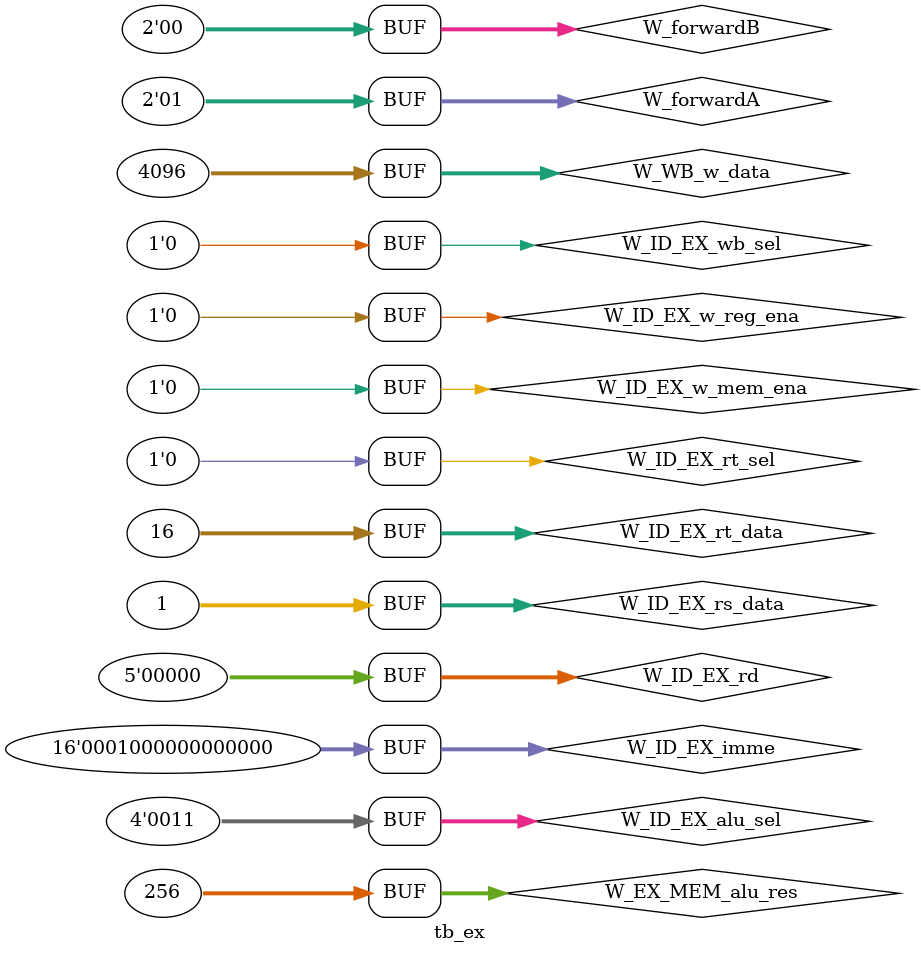
<source format=v>
`timescale 1ns / 1ps

// `include "defines.v"

module tb_ex();
    reg [31:0] W_ID_EX_rs_data, W_ID_EX_rt_data;
    reg W_ID_EX_rt_sel;
    reg [3:0] W_ID_EX_alu_sel;
    reg [15:0] W_ID_EX_imme;
    
    reg [1:0] W_forwardA;
    reg [1:0] W_forwardB;
    reg [31:0] W_EX_MEM_alu_res;
    reg [31:0] W_WB_w_data;

    reg [4:0] W_ID_EX_rd;
    reg W_ID_EX_w_mem_ena;
    reg W_ID_EX_w_reg_ena;
    reg W_ID_EX_wb_sel;

    wire [31:0] W_EX_alu_res;
    wire [31:0] W_EX_rt_data;
    wire W_EX_rd;
    wire W_EX_w_mem_ena;
    // wire W_EX_MEM_w_reg_ena;
    wire W_EX_wb_sel;

    EX ex(
        W_ID_EX_rs_data,
        W_ID_EX_rt_data,
        W_ID_EX_rt_sel,
        W_ID_EX_alu_sel,
        W_ID_EX_imme,
        W_forwardA,
        W_forwardB,
        W_EX_MEM_alu_res,
        W_WB_w_data,
        // control
        W_ID_EX_rd,
        W_ID_EX_w_mem_ena,
        W_ID_EX_w_reg_ena,
        W_ID_EX_wb_sel,

        // out
        W_EX_alu_res,
        W_EX_rt_data,
        W_EX_rd,
        W_EX_w_mem_ena,
        W_EX_w_reg_ena,
        W_EX_wb_sel
    );

    initial begin
        // init data

        W_ID_EX_rd = 4'h0;
        W_ID_EX_w_mem_ena = 0;
        W_ID_EX_w_reg_ena = 0;
        W_ID_EX_wb_sel = 0;

        // alu = 1
        #10 begin
            W_ID_EX_rs_data = 32'h0000_0001;
            W_ID_EX_rt_data = 32'h0000_0010;
            W_ID_EX_imme = 16'h1000;
            W_ID_EX_rt_sel = 1'b1;
            W_ID_EX_alu_sel = 4'h1;
            W_forwardA = 2'b00;
            W_forwardB = 2'b00;
            W_EX_MEM_alu_res = 32'h0000_0100;
            W_WB_w_data = 32'h0000_1000;
        end

        // alu = 2
        #10 begin
            W_ID_EX_alu_sel = 4'h2;
        end

        // reset
        #10 begin
            W_ID_EX_rt_sel = 1'b0;
        end

        // forward
        #10 begin
            W_ID_EX_alu_sel = 4'h3;
            W_forwardA = 2'b01;
        end
    end

endmodule

</source>
